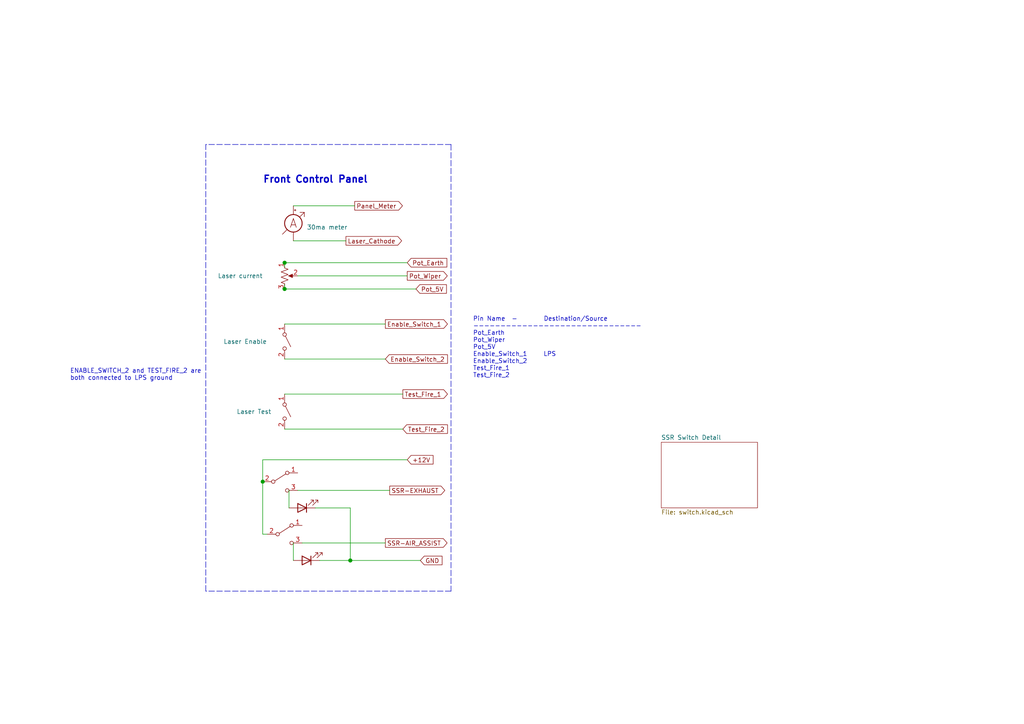
<source format=kicad_sch>
(kicad_sch (version 20210621) (generator eeschema)
  (paper "A4")
  (title_block (title "Front panel wiring") (date "2021-08-13") (rev "1") (company "Hobart Makers") (comment 1 "Geoff Steer"))
  (lib_symbols
    (symbol "Device:Amperemeter_DC" (pin_numbers hide) (pin_names (offset 0.0254) hide)
      (property "Reference" "MES" (at -3.302 1.016 0))
      (property "Value" "Amperemeter_DC" (at -3.302 -0.762 0))
      (symbol "Amperemeter_DC_0_0"
        (text "A" (at 0 0 0) (effects (font (size 2.54 2.54))))
        (polyline (pts (xy -3.175 -3.175) (xy -1.905 -1.905)))
        (polyline (pts (xy 1.905 1.905) (xy 3.175 3.175)))
        (polyline (pts (xy 1.905 3.175) (xy 3.175 3.175) (xy 3.175 1.905)))
      )
      (symbol "Amperemeter_DC_0_1"
        (circle (center 0 0) (radius 2.54) (stroke (width 0.254)))
        (polyline (pts (xy 0.254 3.81) (xy 0.762 3.81)))
        (polyline (pts (xy 0.508 4.064) (xy 0.508 3.556)))
      )
      (symbol "Amperemeter_DC_1_1"
        (pin passive line (at 0 -5.08 90) (length 2.54) (name "-") (number "1"))
        (pin passive line (at 0 5.08 270) (length 2.54) (name "+") (number "2"))
      )
    )
    (symbol "Device:LED" (pin_numbers hide) (pin_names (offset 1.016) hide)
      (property "Reference" "D" (at 0 2.54 0))
      (property "Value" "LED" (at 0 -2.54 0))
      (symbol "LED_0_1"
        (polyline (pts (xy -1.27 -1.27) (xy -1.27 1.27)) (stroke (width 0.254)))
        (polyline (pts (xy -1.27 0) (xy 1.27 0)))
        (polyline (pts (xy 1.27 -1.27) (xy 1.27 1.27) (xy -1.27 0) (xy 1.27 -1.27)) (stroke (width 0.254)))
        (polyline (pts (xy -3.048 -0.762) (xy -4.572 -2.286) (xy -3.81 -2.286) (xy -4.572 -2.286) (xy -4.572 -1.524)))
        (polyline (pts (xy -1.778 -0.762) (xy -3.302 -2.286) (xy -2.54 -2.286) (xy -3.302 -2.286) (xy -3.302 -1.524)))
      )
      (symbol "LED_1_1"
        (pin passive line (at -3.81 0 0) (length 2.54) (name "K") (number "1"))
        (pin passive line (at 3.81 0 180) (length 2.54) (name "A") (number "2"))
      )
    )
    (symbol "Device:R_POT_US" (pin_names (offset 1.016) hide)
      (property "Reference" "RV" (at -4.445 0 90))
      (property "Value" "R_POT_US" (at -2.54 0 90))
      (symbol "R_POT_US_0_1"
        (polyline (pts (xy 0 -2.286) (xy 0 -2.54)))
        (polyline (pts (xy 0 2.54) (xy 0 2.286)))
        (polyline (pts (xy 2.54 0) (xy 1.524 0)))
        (polyline (pts (xy 0 -0.762) (xy 1.016 -1.143) (xy 0 -1.524) (xy -1.016 -1.905) (xy 0 -2.286)))
        (polyline (pts (xy 0 0.762) (xy 1.016 0.381) (xy 0 0) (xy -1.016 -0.381) (xy 0 -0.762)))
        (polyline (pts (xy 0 2.286) (xy 1.016 1.905) (xy 0 1.524) (xy -1.016 1.143) (xy 0 0.762)))
        (polyline (pts (xy 1.143 0) (xy 2.286 0.508) (xy 2.286 -0.508) (xy 1.143 0)) (fill (type outline)))
      )
      (symbol "R_POT_US_1_1"
        (pin passive line (at 0 3.81 270) (length 1.27) (name "1") (number "1"))
        (pin passive line (at 3.81 0 180) (length 1.27) (name "2") (number "2"))
        (pin passive line (at 0 -3.81 90) (length 1.27) (name "3") (number "3"))
      )
    )
    (symbol "Switch:SW_DPST_x2" (pin_names (offset 0) hide)
      (property "Reference" "SW" (at 0 3.175 0))
      (property "Value" "SW_DPST_x2" (at 0 -2.54 0))
      (symbol "SW_DPST_x2_0_0"
        (circle (center -2.032 0) (radius 0.508))
        (circle (center 2.032 0) (radius 0.508))
        (polyline (pts (xy -1.524 0.254) (xy 1.524 1.778)))
      )
      (symbol "SW_DPST_x2_1_1"
        (pin passive line (at -5.08 0 0) (length 2.54) (name "A") (number "1"))
        (pin passive line (at 5.08 0 180) (length 2.54) (name "B") (number "2"))
      )
      (symbol "SW_DPST_x2_2_1"
        (pin passive line (at -5.08 0 0) (length 2.54) (name "A") (number "3"))
        (pin passive line (at 5.08 0 180) (length 2.54) (name "B") (number "4"))
      )
    )
    (symbol "Switch:SW_SPDT" (pin_names (offset 0) hide)
      (property "Reference" "SW" (at 0 4.318 0))
      (property "Value" "SW_SPDT" (at 0 -5.08 0))
      (symbol "SW_SPDT_0_0"
        (circle (center -2.032 0) (radius 0.508))
        (circle (center 2.032 -2.54) (radius 0.508))
      )
      (symbol "SW_SPDT_0_1"
        (circle (center 2.032 2.54) (radius 0.508))
        (polyline (pts (xy -1.524 0.254) (xy 1.651 2.286)))
      )
      (symbol "SW_SPDT_1_1"
        (pin passive line (at 5.08 2.54 180) (length 2.54) (name "A") (number "1"))
        (pin passive line (at -5.08 0 0) (length 2.54) (name "B") (number "2"))
        (pin passive line (at 5.08 -2.54 180) (length 2.54) (name "C") (number "3"))
      )
    )
  )
  (junction (at 76.2 139.7) (diameter 1.016))
  (junction (at 82.55 76.2) (diameter 1.016))
  (junction (at 82.55 83.82) (diameter 1.016))
  (junction (at 101.6 162.56) (diameter 1.016))
  (wire (pts (xy 76.2 133.35) (xy 76.2 139.7)))
  (wire (pts (xy 76.2 133.35) (xy 118.11 133.35)))
  (wire (pts (xy 76.2 139.7) (xy 76.2 154.94)))
  (wire (pts (xy 76.2 154.94) (xy 77.47 154.94)))
  (wire (pts (xy 82.55 77.47) (xy 82.55 76.2)))
  (wire (pts (xy 82.55 82.55) (xy 82.55 83.82)))
  (wire (pts (xy 82.55 83.82) (xy 120.65 83.82)))
  (wire (pts (xy 82.55 93.98) (xy 111.76 93.98)))
  (wire (pts (xy 82.55 104.14) (xy 111.76 104.14)))
  (wire (pts (xy 82.55 114.3) (xy 116.84 114.3)))
  (wire (pts (xy 82.55 124.46) (xy 116.84 124.46)))
  (wire (pts (xy 83.82 142.24) (xy 83.82 147.32)))
  (wire (pts (xy 85.09 59.69) (xy 102.87 59.69)))
  (wire (pts (xy 85.09 69.85) (xy 100.33 69.85)))
  (wire (pts (xy 85.09 157.48) (xy 85.09 162.56)))
  (wire (pts (xy 86.36 142.24) (xy 113.03 142.24)))
  (wire (pts (xy 87.63 157.48) (xy 111.76 157.48)))
  (wire (pts (xy 91.44 147.32) (xy 101.6 147.32)))
  (wire (pts (xy 92.71 162.56) (xy 101.6 162.56)))
  (wire (pts (xy 101.6 147.32) (xy 101.6 162.56)))
  (wire (pts (xy 101.6 162.56) (xy 121.92 162.56)))
  (wire (pts (xy 118.11 76.2) (xy 82.55 76.2)))
  (wire (pts (xy 118.11 80.01) (xy 86.36 80.01)))
  (polyline (pts (xy 59.69 171.45) (xy 59.69 41.91)) (stroke (width 0) (type dash)))
  (polyline (pts (xy 130.81 41.91) (xy 59.69 41.91)) (stroke (width 0) (type dash)))
  (polyline (pts (xy 130.81 41.91) (xy 130.81 171.45)) (stroke (width 0) (type dash)))
  (polyline (pts (xy 130.81 171.45) (xy 59.69 171.45)) (stroke (width 0) (type dash)))
  (text "ENABLE_SWITCH_2 and TEST_FIRE_2 are \nboth connected to LPS ground" (at 20.32 110.49 0) (effects (font (size 1.27 1.27)) (justify left bottom)))
  (text "Front Control Panel\n" (at 76.2 53.34 0) (effects (font (size 2.0066 2.0066) (thickness 0.4013) bold) (justify left bottom)))
  (text "Pin Name  -        Destination/Source\n-------------------------------\nPot_Earth\nPot_Wiper\nPot_5V\nEnable_Switch_1     LPS\nEnable_Switch_2\nTest_Fire_1\nTest_Fire_2\n\n" (at 137.16 111.76 0) (effects (font (size 1.27 1.27)) (justify left bottom)))
  (global_label "Laser_Cathode" (shape output) (at 100.33 69.85 0) (property "Intersheet References" "${INTERSHEET_REFS}" (effects hide)))
  (global_label "Panel_Meter" (shape output) (at 102.87 59.69 0) (property "Intersheet References" "${INTERSHEET_REFS}" (effects hide)))
  (global_label "Enable_Switch_1" (shape output) (at 111.76 93.98 0) (property "Intersheet References" "${INTERSHEET_REFS}" (effects hide)))
  (global_label "Enable_Switch_2" (shape input) (at 111.76 104.14 0) (property "Intersheet References" "${INTERSHEET_REFS}" (effects hide)))
  (global_label "SSR-AIR_ASSIST" (shape output) (at 111.76 157.48 0) (property "Intersheet References" "${INTERSHEET_REFS}" (effects hide)))
  (global_label "SSR-EXHAUST" (shape output) (at 113.03 142.24 0) (property "Intersheet References" "${INTERSHEET_REFS}" (effects hide)))
  (global_label "Test_Fire_1" (shape output) (at 116.84 114.3 0) (property "Intersheet References" "${INTERSHEET_REFS}" (effects hide)))
  (global_label "Test_Fire_2" (shape input) (at 116.84 124.46 0) (property "Intersheet References" "${INTERSHEET_REFS}" (effects hide)))
  (global_label "Pot_Earth" (shape input) (at 118.11 76.2 0) (property "Intersheet References" "${INTERSHEET_REFS}" (effects hide)))
  (global_label "Pot_Wiper" (shape output) (at 118.11 80.01 0) (property "Intersheet References" "${INTERSHEET_REFS}" (effects hide)))
  (global_label "+12V" (shape input) (at 118.11 133.35 0) (property "Intersheet References" "${INTERSHEET_REFS}" (effects hide)))
  (global_label "Pot_5V" (shape input) (at 120.65 83.82 0) (property "Intersheet References" "${INTERSHEET_REFS}" (effects hide)))
  (global_label "GND" (shape input) (at 121.92 162.56 0) (property "Intersheet References" "${INTERSHEET_REFS}" (effects hide)))
  (symbol (lib_id "Switch:SW_DPST_x2") (at 82.55 99.06 270) (unit 1)
    (property "Reference" "SW?" (effects hide))
    (property "Value" "Laser Enable" (at 71.12 99.06 90))
  )
  (symbol (lib_id "Switch:SW_DPST_x2") (at 82.55 119.38 270) (unit 1)
    (property "Reference" "SW?" (effects hide))
    (property "Value" "Laser Test" (at 73.66 119.38 90))
  )
  (symbol (lib_id "Device:LED") (at 87.63 147.32 180) (unit 1)
    (property "Reference" "D?" (effects hide))
    (property "Value" "LED" (effects hide))
  )
  (symbol (lib_id "Device:LED") (at 88.9 162.56 180) (unit 1)
    (property "Reference" "D?" (effects hide))
    (property "Value" "LED" (effects hide))
  )
  (symbol (lib_id "Device:R_POT_US") (at 82.55 80.01 0) (unit 1)
    (property "Reference" "RV?" (effects hide))
    (property "Value" "Laser current " (at 76.2 80.01 0) (effects (justify right)))
  )
  (symbol (lib_id "Switch:SW_SPDT") (at 81.28 139.7 0) (unit 1)
    (property "Reference" "SW?" (effects hide))
    (property "Value" "SW_SPDT" (effects hide))
  )
  (symbol (lib_id "Switch:SW_SPDT") (at 82.55 154.94 0) (unit 1)
    (property "Reference" "SW?" (effects hide))
    (property "Value" "SW_SPDT" (effects hide))
  )
  (symbol (lib_id "Device:Amperemeter_DC") (at 85.09 64.77 0) (unit 1)
    (property "Reference" "MES?" (effects hide))
    (property "Value" "30ma meter" (at 88.9762 65.913 0) (effects (justify left)))
  )
  (sheet (at 191.77 128.27) (size 27.94 19.05) (stroke (width 0.0006))
    (property "Sheet name" "SSR Switch Detail" (at 191.77 127.6343 0) (effects (justify left bottom)))
    (property "Sheet file" "switch.kicad_sch" (at 191.77 147.8287 0) (effects (justify left top)))
  )
)
</source>
